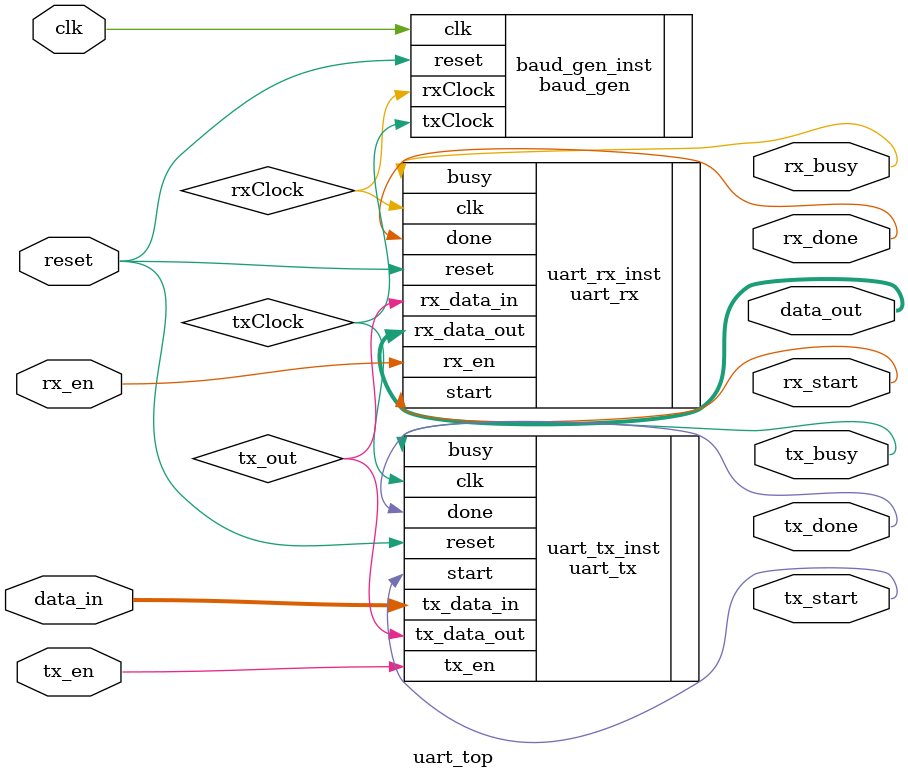
<source format=v>
module uart_top 
#(
    parameter BAUD_RATE = 115200
)
(
    input wire clk,
    input wire reset,
    input wire tx_en,
    input wire rx_en,
    input wire [7:0] data_in,
    output wire [7:0] data_out,
    output wire tx_busy,
    output wire rx_busy,
    output wire tx_done,
    output wire rx_done,
    output wire tx_start,
    output wire rx_start
);

    wire rxClock, txClock;
    wire tx_out;

    baud_gen #(
        .BAUD_RATE(BAUD_RATE)
    ) baud_gen_inst (
        .clk(clk),
        .reset(reset),
        .rxClock(rxClock),
        .txClock(txClock)
    );

    uart_tx uart_tx_inst (
        .clk(txClock),
        .reset(reset),
        .tx_en(tx_en),
        .tx_data_in(data_in),
        .tx_data_out(tx_out),
        .start(tx_start),
        .busy(tx_busy),
        .done(tx_done)
    );

    uart_rx uart_rx_inst (
        .clk(rxClock),
        .reset(reset),
        .rx_en(rx_en),
        .rx_data_in(tx_out),
        .rx_data_out(data_out),
        .start(rx_start),
        .busy(rx_busy),
        .done(rx_done)
    );

endmodule
</source>
